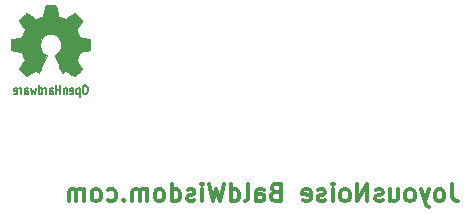
<source format=gbr>
G04 #@! TF.FileFunction,Legend,Bot*
%FSLAX46Y46*%
G04 Gerber Fmt 4.6, Leading zero omitted, Abs format (unit mm)*
G04 Created by KiCad (PCBNEW (2015-07-30 BZR 6023, Git cb629e0)-product) date 9/23/2015 11:43:22 AM*
%MOMM*%
G01*
G04 APERTURE LIST*
%ADD10C,0.100000*%
%ADD11C,0.300000*%
%ADD12C,0.002540*%
%ADD13C,0.127000*%
%ADD14C,2.899360*%
%ADD15R,2.400000X2.300000*%
%ADD16C,2.300000*%
%ADD17R,2.432000X2.432000*%
%ADD18O,2.432000X2.432000*%
%ADD19C,2.398980*%
%ADD20R,1.974800X2.686000*%
%ADD21O,1.974800X2.686000*%
%ADD22R,1.700000X1.700000*%
%ADD23C,1.700000*%
%ADD24O,2.899360X1.901140*%
G04 APERTURE END LIST*
D10*
D11*
X166037801Y-89551771D02*
X166037801Y-90623200D01*
X166109229Y-90837486D01*
X166252086Y-90980343D01*
X166466372Y-91051771D01*
X166609229Y-91051771D01*
X165109229Y-91051771D02*
X165252087Y-90980343D01*
X165323515Y-90908914D01*
X165394944Y-90766057D01*
X165394944Y-90337486D01*
X165323515Y-90194629D01*
X165252087Y-90123200D01*
X165109229Y-90051771D01*
X164894944Y-90051771D01*
X164752087Y-90123200D01*
X164680658Y-90194629D01*
X164609229Y-90337486D01*
X164609229Y-90766057D01*
X164680658Y-90908914D01*
X164752087Y-90980343D01*
X164894944Y-91051771D01*
X165109229Y-91051771D01*
X164109229Y-90051771D02*
X163752086Y-91051771D01*
X163394944Y-90051771D02*
X163752086Y-91051771D01*
X163894944Y-91408914D01*
X163966372Y-91480343D01*
X164109229Y-91551771D01*
X162609229Y-91051771D02*
X162752087Y-90980343D01*
X162823515Y-90908914D01*
X162894944Y-90766057D01*
X162894944Y-90337486D01*
X162823515Y-90194629D01*
X162752087Y-90123200D01*
X162609229Y-90051771D01*
X162394944Y-90051771D01*
X162252087Y-90123200D01*
X162180658Y-90194629D01*
X162109229Y-90337486D01*
X162109229Y-90766057D01*
X162180658Y-90908914D01*
X162252087Y-90980343D01*
X162394944Y-91051771D01*
X162609229Y-91051771D01*
X160823515Y-90051771D02*
X160823515Y-91051771D01*
X161466372Y-90051771D02*
X161466372Y-90837486D01*
X161394944Y-90980343D01*
X161252086Y-91051771D01*
X161037801Y-91051771D01*
X160894944Y-90980343D01*
X160823515Y-90908914D01*
X160180658Y-90980343D02*
X160037801Y-91051771D01*
X159752086Y-91051771D01*
X159609229Y-90980343D01*
X159537801Y-90837486D01*
X159537801Y-90766057D01*
X159609229Y-90623200D01*
X159752086Y-90551771D01*
X159966372Y-90551771D01*
X160109229Y-90480343D01*
X160180658Y-90337486D01*
X160180658Y-90266057D01*
X160109229Y-90123200D01*
X159966372Y-90051771D01*
X159752086Y-90051771D01*
X159609229Y-90123200D01*
X158894943Y-91051771D02*
X158894943Y-89551771D01*
X158037800Y-91051771D01*
X158037800Y-89551771D01*
X157109228Y-91051771D02*
X157252086Y-90980343D01*
X157323514Y-90908914D01*
X157394943Y-90766057D01*
X157394943Y-90337486D01*
X157323514Y-90194629D01*
X157252086Y-90123200D01*
X157109228Y-90051771D01*
X156894943Y-90051771D01*
X156752086Y-90123200D01*
X156680657Y-90194629D01*
X156609228Y-90337486D01*
X156609228Y-90766057D01*
X156680657Y-90908914D01*
X156752086Y-90980343D01*
X156894943Y-91051771D01*
X157109228Y-91051771D01*
X155966371Y-91051771D02*
X155966371Y-90051771D01*
X155966371Y-89551771D02*
X156037800Y-89623200D01*
X155966371Y-89694629D01*
X155894943Y-89623200D01*
X155966371Y-89551771D01*
X155966371Y-89694629D01*
X155323514Y-90980343D02*
X155180657Y-91051771D01*
X154894942Y-91051771D01*
X154752085Y-90980343D01*
X154680657Y-90837486D01*
X154680657Y-90766057D01*
X154752085Y-90623200D01*
X154894942Y-90551771D01*
X155109228Y-90551771D01*
X155252085Y-90480343D01*
X155323514Y-90337486D01*
X155323514Y-90266057D01*
X155252085Y-90123200D01*
X155109228Y-90051771D01*
X154894942Y-90051771D01*
X154752085Y-90123200D01*
X153466371Y-90980343D02*
X153609228Y-91051771D01*
X153894942Y-91051771D01*
X154037799Y-90980343D01*
X154109228Y-90837486D01*
X154109228Y-90266057D01*
X154037799Y-90123200D01*
X153894942Y-90051771D01*
X153609228Y-90051771D01*
X153466371Y-90123200D01*
X153394942Y-90266057D01*
X153394942Y-90408914D01*
X154109228Y-90551771D01*
X151109228Y-90266057D02*
X150894942Y-90337486D01*
X150823514Y-90408914D01*
X150752085Y-90551771D01*
X150752085Y-90766057D01*
X150823514Y-90908914D01*
X150894942Y-90980343D01*
X151037800Y-91051771D01*
X151609228Y-91051771D01*
X151609228Y-89551771D01*
X151109228Y-89551771D01*
X150966371Y-89623200D01*
X150894942Y-89694629D01*
X150823514Y-89837486D01*
X150823514Y-89980343D01*
X150894942Y-90123200D01*
X150966371Y-90194629D01*
X151109228Y-90266057D01*
X151609228Y-90266057D01*
X149466371Y-91051771D02*
X149466371Y-90266057D01*
X149537800Y-90123200D01*
X149680657Y-90051771D01*
X149966371Y-90051771D01*
X150109228Y-90123200D01*
X149466371Y-90980343D02*
X149609228Y-91051771D01*
X149966371Y-91051771D01*
X150109228Y-90980343D01*
X150180657Y-90837486D01*
X150180657Y-90694629D01*
X150109228Y-90551771D01*
X149966371Y-90480343D01*
X149609228Y-90480343D01*
X149466371Y-90408914D01*
X148537799Y-91051771D02*
X148680657Y-90980343D01*
X148752085Y-90837486D01*
X148752085Y-89551771D01*
X147323514Y-91051771D02*
X147323514Y-89551771D01*
X147323514Y-90980343D02*
X147466371Y-91051771D01*
X147752085Y-91051771D01*
X147894943Y-90980343D01*
X147966371Y-90908914D01*
X148037800Y-90766057D01*
X148037800Y-90337486D01*
X147966371Y-90194629D01*
X147894943Y-90123200D01*
X147752085Y-90051771D01*
X147466371Y-90051771D01*
X147323514Y-90123200D01*
X146752085Y-89551771D02*
X146394942Y-91051771D01*
X146109228Y-89980343D01*
X145823514Y-91051771D01*
X145466371Y-89551771D01*
X144894942Y-91051771D02*
X144894942Y-90051771D01*
X144894942Y-89551771D02*
X144966371Y-89623200D01*
X144894942Y-89694629D01*
X144823514Y-89623200D01*
X144894942Y-89551771D01*
X144894942Y-89694629D01*
X144252085Y-90980343D02*
X144109228Y-91051771D01*
X143823513Y-91051771D01*
X143680656Y-90980343D01*
X143609228Y-90837486D01*
X143609228Y-90766057D01*
X143680656Y-90623200D01*
X143823513Y-90551771D01*
X144037799Y-90551771D01*
X144180656Y-90480343D01*
X144252085Y-90337486D01*
X144252085Y-90266057D01*
X144180656Y-90123200D01*
X144037799Y-90051771D01*
X143823513Y-90051771D01*
X143680656Y-90123200D01*
X142323513Y-91051771D02*
X142323513Y-89551771D01*
X142323513Y-90980343D02*
X142466370Y-91051771D01*
X142752084Y-91051771D01*
X142894942Y-90980343D01*
X142966370Y-90908914D01*
X143037799Y-90766057D01*
X143037799Y-90337486D01*
X142966370Y-90194629D01*
X142894942Y-90123200D01*
X142752084Y-90051771D01*
X142466370Y-90051771D01*
X142323513Y-90123200D01*
X141394941Y-91051771D02*
X141537799Y-90980343D01*
X141609227Y-90908914D01*
X141680656Y-90766057D01*
X141680656Y-90337486D01*
X141609227Y-90194629D01*
X141537799Y-90123200D01*
X141394941Y-90051771D01*
X141180656Y-90051771D01*
X141037799Y-90123200D01*
X140966370Y-90194629D01*
X140894941Y-90337486D01*
X140894941Y-90766057D01*
X140966370Y-90908914D01*
X141037799Y-90980343D01*
X141180656Y-91051771D01*
X141394941Y-91051771D01*
X140252084Y-91051771D02*
X140252084Y-90051771D01*
X140252084Y-90194629D02*
X140180656Y-90123200D01*
X140037798Y-90051771D01*
X139823513Y-90051771D01*
X139680656Y-90123200D01*
X139609227Y-90266057D01*
X139609227Y-91051771D01*
X139609227Y-90266057D02*
X139537798Y-90123200D01*
X139394941Y-90051771D01*
X139180656Y-90051771D01*
X139037798Y-90123200D01*
X138966370Y-90266057D01*
X138966370Y-91051771D01*
X138252084Y-90908914D02*
X138180656Y-90980343D01*
X138252084Y-91051771D01*
X138323513Y-90980343D01*
X138252084Y-90908914D01*
X138252084Y-91051771D01*
X136894941Y-90980343D02*
X137037798Y-91051771D01*
X137323512Y-91051771D01*
X137466370Y-90980343D01*
X137537798Y-90908914D01*
X137609227Y-90766057D01*
X137609227Y-90337486D01*
X137537798Y-90194629D01*
X137466370Y-90123200D01*
X137323512Y-90051771D01*
X137037798Y-90051771D01*
X136894941Y-90123200D01*
X136037798Y-91051771D02*
X136180656Y-90980343D01*
X136252084Y-90908914D01*
X136323513Y-90766057D01*
X136323513Y-90337486D01*
X136252084Y-90194629D01*
X136180656Y-90123200D01*
X136037798Y-90051771D01*
X135823513Y-90051771D01*
X135680656Y-90123200D01*
X135609227Y-90194629D01*
X135537798Y-90337486D01*
X135537798Y-90766057D01*
X135609227Y-90908914D01*
X135680656Y-90980343D01*
X135823513Y-91051771D01*
X136037798Y-91051771D01*
X134894941Y-91051771D02*
X134894941Y-90051771D01*
X134894941Y-90194629D02*
X134823513Y-90123200D01*
X134680655Y-90051771D01*
X134466370Y-90051771D01*
X134323513Y-90123200D01*
X134252084Y-90266057D01*
X134252084Y-91051771D01*
X134252084Y-90266057D02*
X134180655Y-90123200D01*
X134037798Y-90051771D01*
X133823513Y-90051771D01*
X133680655Y-90123200D01*
X133609227Y-90266057D01*
X133609227Y-91051771D01*
D12*
G36*
X134104380Y-80469740D02*
X134068820Y-80449420D01*
X133990080Y-80401160D01*
X133878320Y-80327500D01*
X133746240Y-80241140D01*
X133614160Y-80149700D01*
X133504940Y-80078580D01*
X133428740Y-80027780D01*
X133398260Y-80010000D01*
X133380480Y-80017620D01*
X133316980Y-80048100D01*
X133228080Y-80093820D01*
X133174740Y-80121760D01*
X133090920Y-80157320D01*
X133047740Y-80164940D01*
X133042660Y-80154780D01*
X133012180Y-80091280D01*
X132963920Y-79982060D01*
X132900420Y-79837280D01*
X132826760Y-79667100D01*
X132750560Y-79484220D01*
X132671820Y-79298800D01*
X132598160Y-79121000D01*
X132534660Y-78960980D01*
X132481320Y-78828900D01*
X132445760Y-78740000D01*
X132433060Y-78701900D01*
X132438140Y-78691740D01*
X132478780Y-78651100D01*
X132552440Y-78597760D01*
X132709920Y-78468220D01*
X132867400Y-78275180D01*
X132961380Y-78054200D01*
X132994400Y-77807820D01*
X132966460Y-77579220D01*
X132877560Y-77360780D01*
X132725160Y-77165200D01*
X132539740Y-77017880D01*
X132323840Y-76926440D01*
X132080000Y-76895960D01*
X131848860Y-76921360D01*
X131625340Y-77010260D01*
X131427220Y-77160120D01*
X131343400Y-77256640D01*
X131229100Y-77454760D01*
X131165600Y-77668120D01*
X131157980Y-77724000D01*
X131168140Y-77957680D01*
X131236720Y-78181200D01*
X131361180Y-78381860D01*
X131531360Y-78546960D01*
X131554220Y-78562200D01*
X131632960Y-78623160D01*
X131686300Y-78663800D01*
X131729480Y-78696820D01*
X131429760Y-79415640D01*
X131381500Y-79529940D01*
X131300220Y-79728060D01*
X131229100Y-79895700D01*
X131170680Y-80030320D01*
X131130040Y-80121760D01*
X131112260Y-80157320D01*
X131112260Y-80159860D01*
X131084320Y-80164940D01*
X131030980Y-80144620D01*
X130929380Y-80096360D01*
X130863340Y-80060800D01*
X130787140Y-80025240D01*
X130751580Y-80010000D01*
X130723640Y-80027780D01*
X130649980Y-80073500D01*
X130543300Y-80144620D01*
X130413760Y-80233520D01*
X130291840Y-80317340D01*
X130180080Y-80391000D01*
X130098800Y-80444340D01*
X130058160Y-80464660D01*
X130053080Y-80464660D01*
X130017520Y-80444340D01*
X129951480Y-80391000D01*
X129854960Y-80299560D01*
X129715260Y-80162400D01*
X129694940Y-80139540D01*
X129580640Y-80025240D01*
X129489200Y-79928720D01*
X129425700Y-79857600D01*
X129402840Y-79827120D01*
X129402840Y-79827120D01*
X129423160Y-79789020D01*
X129476500Y-79705200D01*
X129550160Y-79590900D01*
X129641600Y-79458820D01*
X129880360Y-79113380D01*
X129748280Y-78785720D01*
X129707640Y-78686660D01*
X129656840Y-78564740D01*
X129618740Y-78478380D01*
X129600960Y-78440280D01*
X129565400Y-78427580D01*
X129476500Y-78407260D01*
X129346960Y-78379320D01*
X129192020Y-78351380D01*
X129044700Y-78323440D01*
X128912620Y-78298040D01*
X128816100Y-78280260D01*
X128772920Y-78272640D01*
X128762760Y-78265020D01*
X128752600Y-78244700D01*
X128747520Y-78198980D01*
X128744980Y-78117700D01*
X128742440Y-77990700D01*
X128742440Y-77807820D01*
X128742440Y-77787500D01*
X128744980Y-77612240D01*
X128747520Y-77472540D01*
X128752600Y-77381100D01*
X128757680Y-77345540D01*
X128757680Y-77345540D01*
X128800860Y-77335380D01*
X128894840Y-77315060D01*
X129026920Y-77289660D01*
X129184400Y-77259180D01*
X129194560Y-77256640D01*
X129352040Y-77226160D01*
X129486660Y-77198220D01*
X129578100Y-77177900D01*
X129616200Y-77165200D01*
X129626360Y-77155040D01*
X129656840Y-77091540D01*
X129702560Y-76995020D01*
X129755900Y-76875640D01*
X129806700Y-76751180D01*
X129849880Y-76639420D01*
X129880360Y-76555600D01*
X129890520Y-76517500D01*
X129890520Y-76517500D01*
X129865120Y-76479400D01*
X129811780Y-76398120D01*
X129735580Y-76283820D01*
X129641600Y-76149200D01*
X129636520Y-76139040D01*
X129545080Y-76006960D01*
X129471420Y-75892660D01*
X129423160Y-75811380D01*
X129402840Y-75775820D01*
X129405380Y-75773280D01*
X129433320Y-75735180D01*
X129501900Y-75658980D01*
X129598420Y-75557380D01*
X129715260Y-75438000D01*
X129753360Y-75402440D01*
X129882900Y-75275440D01*
X129974340Y-75191620D01*
X130030220Y-75148440D01*
X130055620Y-75138280D01*
X130058160Y-75138280D01*
X130098800Y-75163680D01*
X130182620Y-75219560D01*
X130296920Y-75295760D01*
X130431540Y-75387200D01*
X130441700Y-75394820D01*
X130573780Y-75486260D01*
X130685540Y-75559920D01*
X130764280Y-75613260D01*
X130799840Y-75633580D01*
X130804920Y-75633580D01*
X130860800Y-75618340D01*
X130954780Y-75585320D01*
X131071620Y-75539600D01*
X131196080Y-75488800D01*
X131307840Y-75443080D01*
X131391660Y-75404980D01*
X131429760Y-75382120D01*
X131432300Y-75379580D01*
X131445000Y-75331320D01*
X131467860Y-75232260D01*
X131498340Y-75095100D01*
X131528820Y-74930000D01*
X131533900Y-74904600D01*
X131564380Y-74744580D01*
X131589780Y-74615040D01*
X131607560Y-74523600D01*
X131617720Y-74485500D01*
X131640580Y-74480420D01*
X131716780Y-74475340D01*
X131836160Y-74472800D01*
X131978400Y-74470260D01*
X132130800Y-74470260D01*
X132278120Y-74475340D01*
X132402580Y-74477880D01*
X132494020Y-74485500D01*
X132532120Y-74493120D01*
X132532120Y-74495660D01*
X132547360Y-74543920D01*
X132567680Y-74642980D01*
X132595620Y-74782680D01*
X132628640Y-74945240D01*
X132633720Y-74975720D01*
X132664200Y-75133200D01*
X132689600Y-75262740D01*
X132709920Y-75354180D01*
X132720080Y-75389740D01*
X132732780Y-75397360D01*
X132798820Y-75425300D01*
X132905500Y-75468480D01*
X133037580Y-75521820D01*
X133342380Y-75646280D01*
X133718300Y-75389740D01*
X133751320Y-75366880D01*
X133885940Y-75272900D01*
X133997700Y-75199240D01*
X134073900Y-75150980D01*
X134106920Y-75133200D01*
X134109460Y-75133200D01*
X134147560Y-75166220D01*
X134221220Y-75234800D01*
X134322820Y-75333860D01*
X134439660Y-75453240D01*
X134528560Y-75539600D01*
X134630160Y-75643740D01*
X134696200Y-75714860D01*
X134731760Y-75760580D01*
X134744460Y-75788520D01*
X134741920Y-75806300D01*
X134716520Y-75844400D01*
X134663180Y-75928220D01*
X134584440Y-76039980D01*
X134493000Y-76174600D01*
X134419340Y-76283820D01*
X134338060Y-76410820D01*
X134284720Y-76499720D01*
X134266940Y-76542900D01*
X134272020Y-76563220D01*
X134297420Y-76634340D01*
X134340600Y-76746100D01*
X134399020Y-76878180D01*
X134528560Y-77175360D01*
X134721600Y-77213460D01*
X134840980Y-77233780D01*
X135006080Y-77266800D01*
X135163560Y-77297280D01*
X135409940Y-77345540D01*
X135417560Y-78249780D01*
X135379460Y-78265020D01*
X135343900Y-78275180D01*
X135252460Y-78295500D01*
X135122920Y-78320900D01*
X134967980Y-78348840D01*
X134838440Y-78374240D01*
X134706360Y-78399640D01*
X134609840Y-78417420D01*
X134569200Y-78427580D01*
X134559040Y-78440280D01*
X134526020Y-78503780D01*
X134477760Y-78605380D01*
X134426960Y-78727300D01*
X134373620Y-78854300D01*
X134327900Y-78971140D01*
X134294880Y-79060040D01*
X134282180Y-79108300D01*
X134299960Y-79141320D01*
X134350760Y-79220060D01*
X134421880Y-79329280D01*
X134513320Y-79461360D01*
X134602220Y-79590900D01*
X134678420Y-79705200D01*
X134729220Y-79783940D01*
X134752080Y-79822040D01*
X134741920Y-79847440D01*
X134688580Y-79910940D01*
X134589520Y-80012540D01*
X134442200Y-80157320D01*
X134419340Y-80180180D01*
X134302500Y-80294480D01*
X134203440Y-80385920D01*
X134134860Y-80446880D01*
X134104380Y-80469740D01*
X134104380Y-80469740D01*
G37*
X134104380Y-80469740D02*
X134068820Y-80449420D01*
X133990080Y-80401160D01*
X133878320Y-80327500D01*
X133746240Y-80241140D01*
X133614160Y-80149700D01*
X133504940Y-80078580D01*
X133428740Y-80027780D01*
X133398260Y-80010000D01*
X133380480Y-80017620D01*
X133316980Y-80048100D01*
X133228080Y-80093820D01*
X133174740Y-80121760D01*
X133090920Y-80157320D01*
X133047740Y-80164940D01*
X133042660Y-80154780D01*
X133012180Y-80091280D01*
X132963920Y-79982060D01*
X132900420Y-79837280D01*
X132826760Y-79667100D01*
X132750560Y-79484220D01*
X132671820Y-79298800D01*
X132598160Y-79121000D01*
X132534660Y-78960980D01*
X132481320Y-78828900D01*
X132445760Y-78740000D01*
X132433060Y-78701900D01*
X132438140Y-78691740D01*
X132478780Y-78651100D01*
X132552440Y-78597760D01*
X132709920Y-78468220D01*
X132867400Y-78275180D01*
X132961380Y-78054200D01*
X132994400Y-77807820D01*
X132966460Y-77579220D01*
X132877560Y-77360780D01*
X132725160Y-77165200D01*
X132539740Y-77017880D01*
X132323840Y-76926440D01*
X132080000Y-76895960D01*
X131848860Y-76921360D01*
X131625340Y-77010260D01*
X131427220Y-77160120D01*
X131343400Y-77256640D01*
X131229100Y-77454760D01*
X131165600Y-77668120D01*
X131157980Y-77724000D01*
X131168140Y-77957680D01*
X131236720Y-78181200D01*
X131361180Y-78381860D01*
X131531360Y-78546960D01*
X131554220Y-78562200D01*
X131632960Y-78623160D01*
X131686300Y-78663800D01*
X131729480Y-78696820D01*
X131429760Y-79415640D01*
X131381500Y-79529940D01*
X131300220Y-79728060D01*
X131229100Y-79895700D01*
X131170680Y-80030320D01*
X131130040Y-80121760D01*
X131112260Y-80157320D01*
X131112260Y-80159860D01*
X131084320Y-80164940D01*
X131030980Y-80144620D01*
X130929380Y-80096360D01*
X130863340Y-80060800D01*
X130787140Y-80025240D01*
X130751580Y-80010000D01*
X130723640Y-80027780D01*
X130649980Y-80073500D01*
X130543300Y-80144620D01*
X130413760Y-80233520D01*
X130291840Y-80317340D01*
X130180080Y-80391000D01*
X130098800Y-80444340D01*
X130058160Y-80464660D01*
X130053080Y-80464660D01*
X130017520Y-80444340D01*
X129951480Y-80391000D01*
X129854960Y-80299560D01*
X129715260Y-80162400D01*
X129694940Y-80139540D01*
X129580640Y-80025240D01*
X129489200Y-79928720D01*
X129425700Y-79857600D01*
X129402840Y-79827120D01*
X129402840Y-79827120D01*
X129423160Y-79789020D01*
X129476500Y-79705200D01*
X129550160Y-79590900D01*
X129641600Y-79458820D01*
X129880360Y-79113380D01*
X129748280Y-78785720D01*
X129707640Y-78686660D01*
X129656840Y-78564740D01*
X129618740Y-78478380D01*
X129600960Y-78440280D01*
X129565400Y-78427580D01*
X129476500Y-78407260D01*
X129346960Y-78379320D01*
X129192020Y-78351380D01*
X129044700Y-78323440D01*
X128912620Y-78298040D01*
X128816100Y-78280260D01*
X128772920Y-78272640D01*
X128762760Y-78265020D01*
X128752600Y-78244700D01*
X128747520Y-78198980D01*
X128744980Y-78117700D01*
X128742440Y-77990700D01*
X128742440Y-77807820D01*
X128742440Y-77787500D01*
X128744980Y-77612240D01*
X128747520Y-77472540D01*
X128752600Y-77381100D01*
X128757680Y-77345540D01*
X128757680Y-77345540D01*
X128800860Y-77335380D01*
X128894840Y-77315060D01*
X129026920Y-77289660D01*
X129184400Y-77259180D01*
X129194560Y-77256640D01*
X129352040Y-77226160D01*
X129486660Y-77198220D01*
X129578100Y-77177900D01*
X129616200Y-77165200D01*
X129626360Y-77155040D01*
X129656840Y-77091540D01*
X129702560Y-76995020D01*
X129755900Y-76875640D01*
X129806700Y-76751180D01*
X129849880Y-76639420D01*
X129880360Y-76555600D01*
X129890520Y-76517500D01*
X129890520Y-76517500D01*
X129865120Y-76479400D01*
X129811780Y-76398120D01*
X129735580Y-76283820D01*
X129641600Y-76149200D01*
X129636520Y-76139040D01*
X129545080Y-76006960D01*
X129471420Y-75892660D01*
X129423160Y-75811380D01*
X129402840Y-75775820D01*
X129405380Y-75773280D01*
X129433320Y-75735180D01*
X129501900Y-75658980D01*
X129598420Y-75557380D01*
X129715260Y-75438000D01*
X129753360Y-75402440D01*
X129882900Y-75275440D01*
X129974340Y-75191620D01*
X130030220Y-75148440D01*
X130055620Y-75138280D01*
X130058160Y-75138280D01*
X130098800Y-75163680D01*
X130182620Y-75219560D01*
X130296920Y-75295760D01*
X130431540Y-75387200D01*
X130441700Y-75394820D01*
X130573780Y-75486260D01*
X130685540Y-75559920D01*
X130764280Y-75613260D01*
X130799840Y-75633580D01*
X130804920Y-75633580D01*
X130860800Y-75618340D01*
X130954780Y-75585320D01*
X131071620Y-75539600D01*
X131196080Y-75488800D01*
X131307840Y-75443080D01*
X131391660Y-75404980D01*
X131429760Y-75382120D01*
X131432300Y-75379580D01*
X131445000Y-75331320D01*
X131467860Y-75232260D01*
X131498340Y-75095100D01*
X131528820Y-74930000D01*
X131533900Y-74904600D01*
X131564380Y-74744580D01*
X131589780Y-74615040D01*
X131607560Y-74523600D01*
X131617720Y-74485500D01*
X131640580Y-74480420D01*
X131716780Y-74475340D01*
X131836160Y-74472800D01*
X131978400Y-74470260D01*
X132130800Y-74470260D01*
X132278120Y-74475340D01*
X132402580Y-74477880D01*
X132494020Y-74485500D01*
X132532120Y-74493120D01*
X132532120Y-74495660D01*
X132547360Y-74543920D01*
X132567680Y-74642980D01*
X132595620Y-74782680D01*
X132628640Y-74945240D01*
X132633720Y-74975720D01*
X132664200Y-75133200D01*
X132689600Y-75262740D01*
X132709920Y-75354180D01*
X132720080Y-75389740D01*
X132732780Y-75397360D01*
X132798820Y-75425300D01*
X132905500Y-75468480D01*
X133037580Y-75521820D01*
X133342380Y-75646280D01*
X133718300Y-75389740D01*
X133751320Y-75366880D01*
X133885940Y-75272900D01*
X133997700Y-75199240D01*
X134073900Y-75150980D01*
X134106920Y-75133200D01*
X134109460Y-75133200D01*
X134147560Y-75166220D01*
X134221220Y-75234800D01*
X134322820Y-75333860D01*
X134439660Y-75453240D01*
X134528560Y-75539600D01*
X134630160Y-75643740D01*
X134696200Y-75714860D01*
X134731760Y-75760580D01*
X134744460Y-75788520D01*
X134741920Y-75806300D01*
X134716520Y-75844400D01*
X134663180Y-75928220D01*
X134584440Y-76039980D01*
X134493000Y-76174600D01*
X134419340Y-76283820D01*
X134338060Y-76410820D01*
X134284720Y-76499720D01*
X134266940Y-76542900D01*
X134272020Y-76563220D01*
X134297420Y-76634340D01*
X134340600Y-76746100D01*
X134399020Y-76878180D01*
X134528560Y-77175360D01*
X134721600Y-77213460D01*
X134840980Y-77233780D01*
X135006080Y-77266800D01*
X135163560Y-77297280D01*
X135409940Y-77345540D01*
X135417560Y-78249780D01*
X135379460Y-78265020D01*
X135343900Y-78275180D01*
X135252460Y-78295500D01*
X135122920Y-78320900D01*
X134967980Y-78348840D01*
X134838440Y-78374240D01*
X134706360Y-78399640D01*
X134609840Y-78417420D01*
X134569200Y-78427580D01*
X134559040Y-78440280D01*
X134526020Y-78503780D01*
X134477760Y-78605380D01*
X134426960Y-78727300D01*
X134373620Y-78854300D01*
X134327900Y-78971140D01*
X134294880Y-79060040D01*
X134282180Y-79108300D01*
X134299960Y-79141320D01*
X134350760Y-79220060D01*
X134421880Y-79329280D01*
X134513320Y-79461360D01*
X134602220Y-79590900D01*
X134678420Y-79705200D01*
X134729220Y-79783940D01*
X134752080Y-79822040D01*
X134741920Y-79847440D01*
X134688580Y-79910940D01*
X134589520Y-80012540D01*
X134442200Y-80157320D01*
X134419340Y-80180180D01*
X134302500Y-80294480D01*
X134203440Y-80385920D01*
X134134860Y-80446880D01*
X134104380Y-80469740D01*
D13*
X135055429Y-81243714D02*
X134939315Y-81243714D01*
X134881257Y-81280000D01*
X134823200Y-81352571D01*
X134794172Y-81497714D01*
X134794172Y-81751714D01*
X134823200Y-81896857D01*
X134881257Y-81969429D01*
X134939315Y-82005714D01*
X135055429Y-82005714D01*
X135113486Y-81969429D01*
X135171543Y-81896857D01*
X135200572Y-81751714D01*
X135200572Y-81497714D01*
X135171543Y-81352571D01*
X135113486Y-81280000D01*
X135055429Y-81243714D01*
X134532914Y-81497714D02*
X134532914Y-82259714D01*
X134532914Y-81534000D02*
X134474857Y-81497714D01*
X134358743Y-81497714D01*
X134300686Y-81534000D01*
X134271657Y-81570286D01*
X134242628Y-81642857D01*
X134242628Y-81860571D01*
X134271657Y-81933143D01*
X134300686Y-81969429D01*
X134358743Y-82005714D01*
X134474857Y-82005714D01*
X134532914Y-81969429D01*
X133749143Y-81969429D02*
X133807200Y-82005714D01*
X133923314Y-82005714D01*
X133981371Y-81969429D01*
X134010400Y-81896857D01*
X134010400Y-81606571D01*
X133981371Y-81534000D01*
X133923314Y-81497714D01*
X133807200Y-81497714D01*
X133749143Y-81534000D01*
X133720114Y-81606571D01*
X133720114Y-81679143D01*
X134010400Y-81751714D01*
X133458857Y-81497714D02*
X133458857Y-82005714D01*
X133458857Y-81570286D02*
X133429829Y-81534000D01*
X133371771Y-81497714D01*
X133284686Y-81497714D01*
X133226629Y-81534000D01*
X133197600Y-81606571D01*
X133197600Y-82005714D01*
X132907314Y-82005714D02*
X132907314Y-81243714D01*
X132907314Y-81606571D02*
X132558971Y-81606571D01*
X132558971Y-82005714D02*
X132558971Y-81243714D01*
X132007428Y-82005714D02*
X132007428Y-81606571D01*
X132036457Y-81534000D01*
X132094514Y-81497714D01*
X132210628Y-81497714D01*
X132268685Y-81534000D01*
X132007428Y-81969429D02*
X132065485Y-82005714D01*
X132210628Y-82005714D01*
X132268685Y-81969429D01*
X132297714Y-81896857D01*
X132297714Y-81824286D01*
X132268685Y-81751714D01*
X132210628Y-81715429D01*
X132065485Y-81715429D01*
X132007428Y-81679143D01*
X131717142Y-82005714D02*
X131717142Y-81497714D01*
X131717142Y-81642857D02*
X131688114Y-81570286D01*
X131659085Y-81534000D01*
X131601028Y-81497714D01*
X131542971Y-81497714D01*
X131078514Y-82005714D02*
X131078514Y-81243714D01*
X131078514Y-81969429D02*
X131136571Y-82005714D01*
X131252685Y-82005714D01*
X131310743Y-81969429D01*
X131339771Y-81933143D01*
X131368800Y-81860571D01*
X131368800Y-81642857D01*
X131339771Y-81570286D01*
X131310743Y-81534000D01*
X131252685Y-81497714D01*
X131136571Y-81497714D01*
X131078514Y-81534000D01*
X130846285Y-81497714D02*
X130730171Y-82005714D01*
X130614057Y-81642857D01*
X130497942Y-82005714D01*
X130381828Y-81497714D01*
X129888342Y-82005714D02*
X129888342Y-81606571D01*
X129917371Y-81534000D01*
X129975428Y-81497714D01*
X130091542Y-81497714D01*
X130149599Y-81534000D01*
X129888342Y-81969429D02*
X129946399Y-82005714D01*
X130091542Y-82005714D01*
X130149599Y-81969429D01*
X130178628Y-81896857D01*
X130178628Y-81824286D01*
X130149599Y-81751714D01*
X130091542Y-81715429D01*
X129946399Y-81715429D01*
X129888342Y-81679143D01*
X129598056Y-82005714D02*
X129598056Y-81497714D01*
X129598056Y-81642857D02*
X129569028Y-81570286D01*
X129539999Y-81534000D01*
X129481942Y-81497714D01*
X129423885Y-81497714D01*
X128988457Y-81969429D02*
X129046514Y-82005714D01*
X129162628Y-82005714D01*
X129220685Y-81969429D01*
X129249714Y-81896857D01*
X129249714Y-81606571D01*
X129220685Y-81534000D01*
X129162628Y-81497714D01*
X129046514Y-81497714D01*
X128988457Y-81534000D01*
X128959428Y-81606571D01*
X128959428Y-81679143D01*
X129249714Y-81751714D01*
%LPC*%
D14*
X174028100Y-82217260D03*
X174028100Y-87218520D03*
X174028100Y-77216000D03*
D15*
X148590000Y-86360000D03*
D16*
X148590000Y-83820000D03*
D17*
X173647100Y-68701920D03*
D18*
X173647100Y-66161920D03*
D19*
X165100000Y-80772000D03*
X154940000Y-80772000D03*
D20*
X145021300Y-74574400D03*
D21*
X147561300Y-74574400D03*
X150101300Y-74574400D03*
X152641300Y-74574400D03*
X155181300Y-74574400D03*
X157721300Y-74574400D03*
X160261300Y-74574400D03*
X160261300Y-66954400D03*
X157721300Y-66954400D03*
X155181300Y-66954400D03*
X152641300Y-66954400D03*
X150101300Y-66954400D03*
X147561300Y-66954400D03*
X145021300Y-66954400D03*
D19*
X155117800Y-86144100D03*
X165277800Y-86144100D03*
D22*
X140771880Y-77619860D03*
D23*
X138271880Y-77619860D03*
D22*
X137129520Y-69850000D03*
D23*
X132129520Y-69850000D03*
D17*
X130810000Y-83820000D03*
D18*
X130810000Y-88900000D03*
D24*
X139700000Y-86360000D03*
X139700000Y-83820000D03*
M02*

</source>
